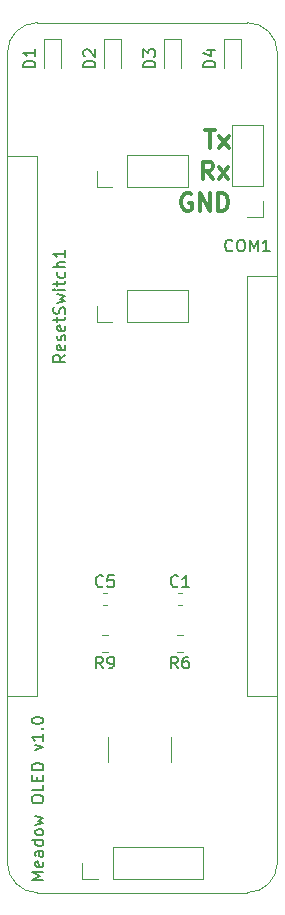
<source format=gbr>
%TF.GenerationSoftware,KiCad,Pcbnew,7.0.5-0*%
%TF.CreationDate,2023-11-18T10:12:58+00:00*%
%TF.ProjectId,Meadow Feather OLED,4d656164-6f77-4204-9665-617468657220,rev?*%
%TF.SameCoordinates,Original*%
%TF.FileFunction,Legend,Top*%
%TF.FilePolarity,Positive*%
%FSLAX46Y46*%
G04 Gerber Fmt 4.6, Leading zero omitted, Abs format (unit mm)*
G04 Created by KiCad (PCBNEW 7.0.5-0) date 2023-11-18 10:12:58*
%MOMM*%
%LPD*%
G01*
G04 APERTURE LIST*
%ADD10C,0.150000*%
%ADD11C,0.300000*%
%ADD12C,0.120000*%
%ADD13C,0.101600*%
G04 APERTURE END LIST*
D10*
X70354819Y-118408220D02*
X69354819Y-118408220D01*
X69354819Y-118408220D02*
X70069104Y-118074887D01*
X70069104Y-118074887D02*
X69354819Y-117741554D01*
X69354819Y-117741554D02*
X70354819Y-117741554D01*
X70307200Y-116884411D02*
X70354819Y-116979649D01*
X70354819Y-116979649D02*
X70354819Y-117170125D01*
X70354819Y-117170125D02*
X70307200Y-117265363D01*
X70307200Y-117265363D02*
X70211961Y-117312982D01*
X70211961Y-117312982D02*
X69831009Y-117312982D01*
X69831009Y-117312982D02*
X69735771Y-117265363D01*
X69735771Y-117265363D02*
X69688152Y-117170125D01*
X69688152Y-117170125D02*
X69688152Y-116979649D01*
X69688152Y-116979649D02*
X69735771Y-116884411D01*
X69735771Y-116884411D02*
X69831009Y-116836792D01*
X69831009Y-116836792D02*
X69926247Y-116836792D01*
X69926247Y-116836792D02*
X70021485Y-117312982D01*
X70354819Y-115979649D02*
X69831009Y-115979649D01*
X69831009Y-115979649D02*
X69735771Y-116027268D01*
X69735771Y-116027268D02*
X69688152Y-116122506D01*
X69688152Y-116122506D02*
X69688152Y-116312982D01*
X69688152Y-116312982D02*
X69735771Y-116408220D01*
X70307200Y-115979649D02*
X70354819Y-116074887D01*
X70354819Y-116074887D02*
X70354819Y-116312982D01*
X70354819Y-116312982D02*
X70307200Y-116408220D01*
X70307200Y-116408220D02*
X70211961Y-116455839D01*
X70211961Y-116455839D02*
X70116723Y-116455839D01*
X70116723Y-116455839D02*
X70021485Y-116408220D01*
X70021485Y-116408220D02*
X69973866Y-116312982D01*
X69973866Y-116312982D02*
X69973866Y-116074887D01*
X69973866Y-116074887D02*
X69926247Y-115979649D01*
X70354819Y-115074887D02*
X69354819Y-115074887D01*
X70307200Y-115074887D02*
X70354819Y-115170125D01*
X70354819Y-115170125D02*
X70354819Y-115360601D01*
X70354819Y-115360601D02*
X70307200Y-115455839D01*
X70307200Y-115455839D02*
X70259580Y-115503458D01*
X70259580Y-115503458D02*
X70164342Y-115551077D01*
X70164342Y-115551077D02*
X69878628Y-115551077D01*
X69878628Y-115551077D02*
X69783390Y-115503458D01*
X69783390Y-115503458D02*
X69735771Y-115455839D01*
X69735771Y-115455839D02*
X69688152Y-115360601D01*
X69688152Y-115360601D02*
X69688152Y-115170125D01*
X69688152Y-115170125D02*
X69735771Y-115074887D01*
X70354819Y-114455839D02*
X70307200Y-114551077D01*
X70307200Y-114551077D02*
X70259580Y-114598696D01*
X70259580Y-114598696D02*
X70164342Y-114646315D01*
X70164342Y-114646315D02*
X69878628Y-114646315D01*
X69878628Y-114646315D02*
X69783390Y-114598696D01*
X69783390Y-114598696D02*
X69735771Y-114551077D01*
X69735771Y-114551077D02*
X69688152Y-114455839D01*
X69688152Y-114455839D02*
X69688152Y-114312982D01*
X69688152Y-114312982D02*
X69735771Y-114217744D01*
X69735771Y-114217744D02*
X69783390Y-114170125D01*
X69783390Y-114170125D02*
X69878628Y-114122506D01*
X69878628Y-114122506D02*
X70164342Y-114122506D01*
X70164342Y-114122506D02*
X70259580Y-114170125D01*
X70259580Y-114170125D02*
X70307200Y-114217744D01*
X70307200Y-114217744D02*
X70354819Y-114312982D01*
X70354819Y-114312982D02*
X70354819Y-114455839D01*
X69688152Y-113789172D02*
X70354819Y-113598696D01*
X70354819Y-113598696D02*
X69878628Y-113408220D01*
X69878628Y-113408220D02*
X70354819Y-113217744D01*
X70354819Y-113217744D02*
X69688152Y-113027268D01*
X69354819Y-111693934D02*
X69354819Y-111503458D01*
X69354819Y-111503458D02*
X69402438Y-111408220D01*
X69402438Y-111408220D02*
X69497676Y-111312982D01*
X69497676Y-111312982D02*
X69688152Y-111265363D01*
X69688152Y-111265363D02*
X70021485Y-111265363D01*
X70021485Y-111265363D02*
X70211961Y-111312982D01*
X70211961Y-111312982D02*
X70307200Y-111408220D01*
X70307200Y-111408220D02*
X70354819Y-111503458D01*
X70354819Y-111503458D02*
X70354819Y-111693934D01*
X70354819Y-111693934D02*
X70307200Y-111789172D01*
X70307200Y-111789172D02*
X70211961Y-111884410D01*
X70211961Y-111884410D02*
X70021485Y-111932029D01*
X70021485Y-111932029D02*
X69688152Y-111932029D01*
X69688152Y-111932029D02*
X69497676Y-111884410D01*
X69497676Y-111884410D02*
X69402438Y-111789172D01*
X69402438Y-111789172D02*
X69354819Y-111693934D01*
X70354819Y-110360601D02*
X70354819Y-110836791D01*
X70354819Y-110836791D02*
X69354819Y-110836791D01*
X69831009Y-110027267D02*
X69831009Y-109693934D01*
X70354819Y-109551077D02*
X70354819Y-110027267D01*
X70354819Y-110027267D02*
X69354819Y-110027267D01*
X69354819Y-110027267D02*
X69354819Y-109551077D01*
X70354819Y-109122505D02*
X69354819Y-109122505D01*
X69354819Y-109122505D02*
X69354819Y-108884410D01*
X69354819Y-108884410D02*
X69402438Y-108741553D01*
X69402438Y-108741553D02*
X69497676Y-108646315D01*
X69497676Y-108646315D02*
X69592914Y-108598696D01*
X69592914Y-108598696D02*
X69783390Y-108551077D01*
X69783390Y-108551077D02*
X69926247Y-108551077D01*
X69926247Y-108551077D02*
X70116723Y-108598696D01*
X70116723Y-108598696D02*
X70211961Y-108646315D01*
X70211961Y-108646315D02*
X70307200Y-108741553D01*
X70307200Y-108741553D02*
X70354819Y-108884410D01*
X70354819Y-108884410D02*
X70354819Y-109122505D01*
X69688152Y-107455838D02*
X70354819Y-107217743D01*
X70354819Y-107217743D02*
X69688152Y-106979648D01*
X70354819Y-106074886D02*
X70354819Y-106646314D01*
X70354819Y-106360600D02*
X69354819Y-106360600D01*
X69354819Y-106360600D02*
X69497676Y-106455838D01*
X69497676Y-106455838D02*
X69592914Y-106551076D01*
X69592914Y-106551076D02*
X69640533Y-106646314D01*
X70259580Y-105646314D02*
X70307200Y-105598695D01*
X70307200Y-105598695D02*
X70354819Y-105646314D01*
X70354819Y-105646314D02*
X70307200Y-105693933D01*
X70307200Y-105693933D02*
X70259580Y-105646314D01*
X70259580Y-105646314D02*
X70354819Y-105646314D01*
X69354819Y-104979648D02*
X69354819Y-104884410D01*
X69354819Y-104884410D02*
X69402438Y-104789172D01*
X69402438Y-104789172D02*
X69450057Y-104741553D01*
X69450057Y-104741553D02*
X69545295Y-104693934D01*
X69545295Y-104693934D02*
X69735771Y-104646315D01*
X69735771Y-104646315D02*
X69973866Y-104646315D01*
X69973866Y-104646315D02*
X70164342Y-104693934D01*
X70164342Y-104693934D02*
X70259580Y-104741553D01*
X70259580Y-104741553D02*
X70307200Y-104789172D01*
X70307200Y-104789172D02*
X70354819Y-104884410D01*
X70354819Y-104884410D02*
X70354819Y-104979648D01*
X70354819Y-104979648D02*
X70307200Y-105074886D01*
X70307200Y-105074886D02*
X70259580Y-105122505D01*
X70259580Y-105122505D02*
X70164342Y-105170124D01*
X70164342Y-105170124D02*
X69973866Y-105217743D01*
X69973866Y-105217743D02*
X69735771Y-105217743D01*
X69735771Y-105217743D02*
X69545295Y-105170124D01*
X69545295Y-105170124D02*
X69450057Y-105122505D01*
X69450057Y-105122505D02*
X69402438Y-105074886D01*
X69402438Y-105074886D02*
X69354819Y-104979648D01*
D11*
X82874225Y-60348257D02*
X82731368Y-60276828D01*
X82731368Y-60276828D02*
X82517082Y-60276828D01*
X82517082Y-60276828D02*
X82302796Y-60348257D01*
X82302796Y-60348257D02*
X82159939Y-60491114D01*
X82159939Y-60491114D02*
X82088510Y-60633971D01*
X82088510Y-60633971D02*
X82017082Y-60919685D01*
X82017082Y-60919685D02*
X82017082Y-61133971D01*
X82017082Y-61133971D02*
X82088510Y-61419685D01*
X82088510Y-61419685D02*
X82159939Y-61562542D01*
X82159939Y-61562542D02*
X82302796Y-61705400D01*
X82302796Y-61705400D02*
X82517082Y-61776828D01*
X82517082Y-61776828D02*
X82659939Y-61776828D01*
X82659939Y-61776828D02*
X82874225Y-61705400D01*
X82874225Y-61705400D02*
X82945653Y-61633971D01*
X82945653Y-61633971D02*
X82945653Y-61133971D01*
X82945653Y-61133971D02*
X82659939Y-61133971D01*
X83588510Y-61776828D02*
X83588510Y-60276828D01*
X83588510Y-60276828D02*
X84445653Y-61776828D01*
X84445653Y-61776828D02*
X84445653Y-60276828D01*
X85159939Y-61776828D02*
X85159939Y-60276828D01*
X85159939Y-60276828D02*
X85517082Y-60276828D01*
X85517082Y-60276828D02*
X85731368Y-60348257D01*
X85731368Y-60348257D02*
X85874225Y-60491114D01*
X85874225Y-60491114D02*
X85945654Y-60633971D01*
X85945654Y-60633971D02*
X86017082Y-60919685D01*
X86017082Y-60919685D02*
X86017082Y-61133971D01*
X86017082Y-61133971D02*
X85945654Y-61419685D01*
X85945654Y-61419685D02*
X85874225Y-61562542D01*
X85874225Y-61562542D02*
X85731368Y-61705400D01*
X85731368Y-61705400D02*
X85517082Y-61776828D01*
X85517082Y-61776828D02*
X85159939Y-61776828D01*
X84033225Y-54942828D02*
X84890368Y-54942828D01*
X84461796Y-56442828D02*
X84461796Y-54942828D01*
X85247510Y-56442828D02*
X86033225Y-55442828D01*
X85247510Y-55442828D02*
X86033225Y-56442828D01*
X84723653Y-59109828D02*
X84223653Y-58395542D01*
X83866510Y-59109828D02*
X83866510Y-57609828D01*
X83866510Y-57609828D02*
X84437939Y-57609828D01*
X84437939Y-57609828D02*
X84580796Y-57681257D01*
X84580796Y-57681257D02*
X84652225Y-57752685D01*
X84652225Y-57752685D02*
X84723653Y-57895542D01*
X84723653Y-57895542D02*
X84723653Y-58109828D01*
X84723653Y-58109828D02*
X84652225Y-58252685D01*
X84652225Y-58252685D02*
X84580796Y-58324114D01*
X84580796Y-58324114D02*
X84437939Y-58395542D01*
X84437939Y-58395542D02*
X83866510Y-58395542D01*
X85223653Y-59109828D02*
X86009368Y-58109828D01*
X85223653Y-58109828D02*
X86009368Y-59109828D01*
D10*
%TO.C,R6*%
X81748333Y-100529819D02*
X81415000Y-100053628D01*
X81176905Y-100529819D02*
X81176905Y-99529819D01*
X81176905Y-99529819D02*
X81557857Y-99529819D01*
X81557857Y-99529819D02*
X81653095Y-99577438D01*
X81653095Y-99577438D02*
X81700714Y-99625057D01*
X81700714Y-99625057D02*
X81748333Y-99720295D01*
X81748333Y-99720295D02*
X81748333Y-99863152D01*
X81748333Y-99863152D02*
X81700714Y-99958390D01*
X81700714Y-99958390D02*
X81653095Y-100006009D01*
X81653095Y-100006009D02*
X81557857Y-100053628D01*
X81557857Y-100053628D02*
X81176905Y-100053628D01*
X82605476Y-99529819D02*
X82415000Y-99529819D01*
X82415000Y-99529819D02*
X82319762Y-99577438D01*
X82319762Y-99577438D02*
X82272143Y-99625057D01*
X82272143Y-99625057D02*
X82176905Y-99767914D01*
X82176905Y-99767914D02*
X82129286Y-99958390D01*
X82129286Y-99958390D02*
X82129286Y-100339342D01*
X82129286Y-100339342D02*
X82176905Y-100434580D01*
X82176905Y-100434580D02*
X82224524Y-100482200D01*
X82224524Y-100482200D02*
X82319762Y-100529819D01*
X82319762Y-100529819D02*
X82510238Y-100529819D01*
X82510238Y-100529819D02*
X82605476Y-100482200D01*
X82605476Y-100482200D02*
X82653095Y-100434580D01*
X82653095Y-100434580D02*
X82700714Y-100339342D01*
X82700714Y-100339342D02*
X82700714Y-100101247D01*
X82700714Y-100101247D02*
X82653095Y-100006009D01*
X82653095Y-100006009D02*
X82605476Y-99958390D01*
X82605476Y-99958390D02*
X82510238Y-99910771D01*
X82510238Y-99910771D02*
X82319762Y-99910771D01*
X82319762Y-99910771D02*
X82224524Y-99958390D01*
X82224524Y-99958390D02*
X82176905Y-100006009D01*
X82176905Y-100006009D02*
X82129286Y-100101247D01*
%TO.C,ResetSwitch1*%
X72209819Y-73969048D02*
X71733628Y-74302381D01*
X72209819Y-74540476D02*
X71209819Y-74540476D01*
X71209819Y-74540476D02*
X71209819Y-74159524D01*
X71209819Y-74159524D02*
X71257438Y-74064286D01*
X71257438Y-74064286D02*
X71305057Y-74016667D01*
X71305057Y-74016667D02*
X71400295Y-73969048D01*
X71400295Y-73969048D02*
X71543152Y-73969048D01*
X71543152Y-73969048D02*
X71638390Y-74016667D01*
X71638390Y-74016667D02*
X71686009Y-74064286D01*
X71686009Y-74064286D02*
X71733628Y-74159524D01*
X71733628Y-74159524D02*
X71733628Y-74540476D01*
X72162200Y-73159524D02*
X72209819Y-73254762D01*
X72209819Y-73254762D02*
X72209819Y-73445238D01*
X72209819Y-73445238D02*
X72162200Y-73540476D01*
X72162200Y-73540476D02*
X72066961Y-73588095D01*
X72066961Y-73588095D02*
X71686009Y-73588095D01*
X71686009Y-73588095D02*
X71590771Y-73540476D01*
X71590771Y-73540476D02*
X71543152Y-73445238D01*
X71543152Y-73445238D02*
X71543152Y-73254762D01*
X71543152Y-73254762D02*
X71590771Y-73159524D01*
X71590771Y-73159524D02*
X71686009Y-73111905D01*
X71686009Y-73111905D02*
X71781247Y-73111905D01*
X71781247Y-73111905D02*
X71876485Y-73588095D01*
X72162200Y-72730952D02*
X72209819Y-72635714D01*
X72209819Y-72635714D02*
X72209819Y-72445238D01*
X72209819Y-72445238D02*
X72162200Y-72350000D01*
X72162200Y-72350000D02*
X72066961Y-72302381D01*
X72066961Y-72302381D02*
X72019342Y-72302381D01*
X72019342Y-72302381D02*
X71924104Y-72350000D01*
X71924104Y-72350000D02*
X71876485Y-72445238D01*
X71876485Y-72445238D02*
X71876485Y-72588095D01*
X71876485Y-72588095D02*
X71828866Y-72683333D01*
X71828866Y-72683333D02*
X71733628Y-72730952D01*
X71733628Y-72730952D02*
X71686009Y-72730952D01*
X71686009Y-72730952D02*
X71590771Y-72683333D01*
X71590771Y-72683333D02*
X71543152Y-72588095D01*
X71543152Y-72588095D02*
X71543152Y-72445238D01*
X71543152Y-72445238D02*
X71590771Y-72350000D01*
X72162200Y-71492857D02*
X72209819Y-71588095D01*
X72209819Y-71588095D02*
X72209819Y-71778571D01*
X72209819Y-71778571D02*
X72162200Y-71873809D01*
X72162200Y-71873809D02*
X72066961Y-71921428D01*
X72066961Y-71921428D02*
X71686009Y-71921428D01*
X71686009Y-71921428D02*
X71590771Y-71873809D01*
X71590771Y-71873809D02*
X71543152Y-71778571D01*
X71543152Y-71778571D02*
X71543152Y-71588095D01*
X71543152Y-71588095D02*
X71590771Y-71492857D01*
X71590771Y-71492857D02*
X71686009Y-71445238D01*
X71686009Y-71445238D02*
X71781247Y-71445238D01*
X71781247Y-71445238D02*
X71876485Y-71921428D01*
X71543152Y-71159523D02*
X71543152Y-70778571D01*
X71209819Y-71016666D02*
X72066961Y-71016666D01*
X72066961Y-71016666D02*
X72162200Y-70969047D01*
X72162200Y-70969047D02*
X72209819Y-70873809D01*
X72209819Y-70873809D02*
X72209819Y-70778571D01*
X72162200Y-70492856D02*
X72209819Y-70349999D01*
X72209819Y-70349999D02*
X72209819Y-70111904D01*
X72209819Y-70111904D02*
X72162200Y-70016666D01*
X72162200Y-70016666D02*
X72114580Y-69969047D01*
X72114580Y-69969047D02*
X72019342Y-69921428D01*
X72019342Y-69921428D02*
X71924104Y-69921428D01*
X71924104Y-69921428D02*
X71828866Y-69969047D01*
X71828866Y-69969047D02*
X71781247Y-70016666D01*
X71781247Y-70016666D02*
X71733628Y-70111904D01*
X71733628Y-70111904D02*
X71686009Y-70302380D01*
X71686009Y-70302380D02*
X71638390Y-70397618D01*
X71638390Y-70397618D02*
X71590771Y-70445237D01*
X71590771Y-70445237D02*
X71495533Y-70492856D01*
X71495533Y-70492856D02*
X71400295Y-70492856D01*
X71400295Y-70492856D02*
X71305057Y-70445237D01*
X71305057Y-70445237D02*
X71257438Y-70397618D01*
X71257438Y-70397618D02*
X71209819Y-70302380D01*
X71209819Y-70302380D02*
X71209819Y-70064285D01*
X71209819Y-70064285D02*
X71257438Y-69921428D01*
X71543152Y-69588094D02*
X72209819Y-69397618D01*
X72209819Y-69397618D02*
X71733628Y-69207142D01*
X71733628Y-69207142D02*
X72209819Y-69016666D01*
X72209819Y-69016666D02*
X71543152Y-68826190D01*
X72209819Y-68445237D02*
X71543152Y-68445237D01*
X71209819Y-68445237D02*
X71257438Y-68492856D01*
X71257438Y-68492856D02*
X71305057Y-68445237D01*
X71305057Y-68445237D02*
X71257438Y-68397618D01*
X71257438Y-68397618D02*
X71209819Y-68445237D01*
X71209819Y-68445237D02*
X71305057Y-68445237D01*
X71543152Y-68111904D02*
X71543152Y-67730952D01*
X71209819Y-67969047D02*
X72066961Y-67969047D01*
X72066961Y-67969047D02*
X72162200Y-67921428D01*
X72162200Y-67921428D02*
X72209819Y-67826190D01*
X72209819Y-67826190D02*
X72209819Y-67730952D01*
X72162200Y-66969047D02*
X72209819Y-67064285D01*
X72209819Y-67064285D02*
X72209819Y-67254761D01*
X72209819Y-67254761D02*
X72162200Y-67349999D01*
X72162200Y-67349999D02*
X72114580Y-67397618D01*
X72114580Y-67397618D02*
X72019342Y-67445237D01*
X72019342Y-67445237D02*
X71733628Y-67445237D01*
X71733628Y-67445237D02*
X71638390Y-67397618D01*
X71638390Y-67397618D02*
X71590771Y-67349999D01*
X71590771Y-67349999D02*
X71543152Y-67254761D01*
X71543152Y-67254761D02*
X71543152Y-67064285D01*
X71543152Y-67064285D02*
X71590771Y-66969047D01*
X72209819Y-66540475D02*
X71209819Y-66540475D01*
X72209819Y-66111904D02*
X71686009Y-66111904D01*
X71686009Y-66111904D02*
X71590771Y-66159523D01*
X71590771Y-66159523D02*
X71543152Y-66254761D01*
X71543152Y-66254761D02*
X71543152Y-66397618D01*
X71543152Y-66397618D02*
X71590771Y-66492856D01*
X71590771Y-66492856D02*
X71638390Y-66540475D01*
X72209819Y-65111904D02*
X72209819Y-65683332D01*
X72209819Y-65397618D02*
X71209819Y-65397618D01*
X71209819Y-65397618D02*
X71352676Y-65492856D01*
X71352676Y-65492856D02*
X71447914Y-65588094D01*
X71447914Y-65588094D02*
X71495533Y-65683332D01*
%TO.C,D1*%
X69669819Y-49633094D02*
X68669819Y-49633094D01*
X68669819Y-49633094D02*
X68669819Y-49394999D01*
X68669819Y-49394999D02*
X68717438Y-49252142D01*
X68717438Y-49252142D02*
X68812676Y-49156904D01*
X68812676Y-49156904D02*
X68907914Y-49109285D01*
X68907914Y-49109285D02*
X69098390Y-49061666D01*
X69098390Y-49061666D02*
X69241247Y-49061666D01*
X69241247Y-49061666D02*
X69431723Y-49109285D01*
X69431723Y-49109285D02*
X69526961Y-49156904D01*
X69526961Y-49156904D02*
X69622200Y-49252142D01*
X69622200Y-49252142D02*
X69669819Y-49394999D01*
X69669819Y-49394999D02*
X69669819Y-49633094D01*
X69669819Y-48109285D02*
X69669819Y-48680713D01*
X69669819Y-48394999D02*
X68669819Y-48394999D01*
X68669819Y-48394999D02*
X68812676Y-48490237D01*
X68812676Y-48490237D02*
X68907914Y-48585475D01*
X68907914Y-48585475D02*
X68955533Y-48680713D01*
%TO.C,C1*%
X81748333Y-93544580D02*
X81700714Y-93592200D01*
X81700714Y-93592200D02*
X81557857Y-93639819D01*
X81557857Y-93639819D02*
X81462619Y-93639819D01*
X81462619Y-93639819D02*
X81319762Y-93592200D01*
X81319762Y-93592200D02*
X81224524Y-93496961D01*
X81224524Y-93496961D02*
X81176905Y-93401723D01*
X81176905Y-93401723D02*
X81129286Y-93211247D01*
X81129286Y-93211247D02*
X81129286Y-93068390D01*
X81129286Y-93068390D02*
X81176905Y-92877914D01*
X81176905Y-92877914D02*
X81224524Y-92782676D01*
X81224524Y-92782676D02*
X81319762Y-92687438D01*
X81319762Y-92687438D02*
X81462619Y-92639819D01*
X81462619Y-92639819D02*
X81557857Y-92639819D01*
X81557857Y-92639819D02*
X81700714Y-92687438D01*
X81700714Y-92687438D02*
X81748333Y-92735057D01*
X82700714Y-93639819D02*
X82129286Y-93639819D01*
X82415000Y-93639819D02*
X82415000Y-92639819D01*
X82415000Y-92639819D02*
X82319762Y-92782676D01*
X82319762Y-92782676D02*
X82224524Y-92877914D01*
X82224524Y-92877914D02*
X82129286Y-92925533D01*
%TO.C,D4*%
X84909819Y-49633094D02*
X83909819Y-49633094D01*
X83909819Y-49633094D02*
X83909819Y-49394999D01*
X83909819Y-49394999D02*
X83957438Y-49252142D01*
X83957438Y-49252142D02*
X84052676Y-49156904D01*
X84052676Y-49156904D02*
X84147914Y-49109285D01*
X84147914Y-49109285D02*
X84338390Y-49061666D01*
X84338390Y-49061666D02*
X84481247Y-49061666D01*
X84481247Y-49061666D02*
X84671723Y-49109285D01*
X84671723Y-49109285D02*
X84766961Y-49156904D01*
X84766961Y-49156904D02*
X84862200Y-49252142D01*
X84862200Y-49252142D02*
X84909819Y-49394999D01*
X84909819Y-49394999D02*
X84909819Y-49633094D01*
X84243152Y-48204523D02*
X84909819Y-48204523D01*
X83862200Y-48442618D02*
X84576485Y-48680713D01*
X84576485Y-48680713D02*
X84576485Y-48061666D01*
%TO.C,C5*%
X75398333Y-93544580D02*
X75350714Y-93592200D01*
X75350714Y-93592200D02*
X75207857Y-93639819D01*
X75207857Y-93639819D02*
X75112619Y-93639819D01*
X75112619Y-93639819D02*
X74969762Y-93592200D01*
X74969762Y-93592200D02*
X74874524Y-93496961D01*
X74874524Y-93496961D02*
X74826905Y-93401723D01*
X74826905Y-93401723D02*
X74779286Y-93211247D01*
X74779286Y-93211247D02*
X74779286Y-93068390D01*
X74779286Y-93068390D02*
X74826905Y-92877914D01*
X74826905Y-92877914D02*
X74874524Y-92782676D01*
X74874524Y-92782676D02*
X74969762Y-92687438D01*
X74969762Y-92687438D02*
X75112619Y-92639819D01*
X75112619Y-92639819D02*
X75207857Y-92639819D01*
X75207857Y-92639819D02*
X75350714Y-92687438D01*
X75350714Y-92687438D02*
X75398333Y-92735057D01*
X76303095Y-92639819D02*
X75826905Y-92639819D01*
X75826905Y-92639819D02*
X75779286Y-93116009D01*
X75779286Y-93116009D02*
X75826905Y-93068390D01*
X75826905Y-93068390D02*
X75922143Y-93020771D01*
X75922143Y-93020771D02*
X76160238Y-93020771D01*
X76160238Y-93020771D02*
X76255476Y-93068390D01*
X76255476Y-93068390D02*
X76303095Y-93116009D01*
X76303095Y-93116009D02*
X76350714Y-93211247D01*
X76350714Y-93211247D02*
X76350714Y-93449342D01*
X76350714Y-93449342D02*
X76303095Y-93544580D01*
X76303095Y-93544580D02*
X76255476Y-93592200D01*
X76255476Y-93592200D02*
X76160238Y-93639819D01*
X76160238Y-93639819D02*
X75922143Y-93639819D01*
X75922143Y-93639819D02*
X75826905Y-93592200D01*
X75826905Y-93592200D02*
X75779286Y-93544580D01*
%TO.C,D3*%
X79829819Y-49633094D02*
X78829819Y-49633094D01*
X78829819Y-49633094D02*
X78829819Y-49394999D01*
X78829819Y-49394999D02*
X78877438Y-49252142D01*
X78877438Y-49252142D02*
X78972676Y-49156904D01*
X78972676Y-49156904D02*
X79067914Y-49109285D01*
X79067914Y-49109285D02*
X79258390Y-49061666D01*
X79258390Y-49061666D02*
X79401247Y-49061666D01*
X79401247Y-49061666D02*
X79591723Y-49109285D01*
X79591723Y-49109285D02*
X79686961Y-49156904D01*
X79686961Y-49156904D02*
X79782200Y-49252142D01*
X79782200Y-49252142D02*
X79829819Y-49394999D01*
X79829819Y-49394999D02*
X79829819Y-49633094D01*
X78829819Y-48728332D02*
X78829819Y-48109285D01*
X78829819Y-48109285D02*
X79210771Y-48442618D01*
X79210771Y-48442618D02*
X79210771Y-48299761D01*
X79210771Y-48299761D02*
X79258390Y-48204523D01*
X79258390Y-48204523D02*
X79306009Y-48156904D01*
X79306009Y-48156904D02*
X79401247Y-48109285D01*
X79401247Y-48109285D02*
X79639342Y-48109285D01*
X79639342Y-48109285D02*
X79734580Y-48156904D01*
X79734580Y-48156904D02*
X79782200Y-48204523D01*
X79782200Y-48204523D02*
X79829819Y-48299761D01*
X79829819Y-48299761D02*
X79829819Y-48585475D01*
X79829819Y-48585475D02*
X79782200Y-48680713D01*
X79782200Y-48680713D02*
X79734580Y-48728332D01*
%TO.C,R9*%
X75398333Y-100529819D02*
X75065000Y-100053628D01*
X74826905Y-100529819D02*
X74826905Y-99529819D01*
X74826905Y-99529819D02*
X75207857Y-99529819D01*
X75207857Y-99529819D02*
X75303095Y-99577438D01*
X75303095Y-99577438D02*
X75350714Y-99625057D01*
X75350714Y-99625057D02*
X75398333Y-99720295D01*
X75398333Y-99720295D02*
X75398333Y-99863152D01*
X75398333Y-99863152D02*
X75350714Y-99958390D01*
X75350714Y-99958390D02*
X75303095Y-100006009D01*
X75303095Y-100006009D02*
X75207857Y-100053628D01*
X75207857Y-100053628D02*
X74826905Y-100053628D01*
X75874524Y-100529819D02*
X76065000Y-100529819D01*
X76065000Y-100529819D02*
X76160238Y-100482200D01*
X76160238Y-100482200D02*
X76207857Y-100434580D01*
X76207857Y-100434580D02*
X76303095Y-100291723D01*
X76303095Y-100291723D02*
X76350714Y-100101247D01*
X76350714Y-100101247D02*
X76350714Y-99720295D01*
X76350714Y-99720295D02*
X76303095Y-99625057D01*
X76303095Y-99625057D02*
X76255476Y-99577438D01*
X76255476Y-99577438D02*
X76160238Y-99529819D01*
X76160238Y-99529819D02*
X75969762Y-99529819D01*
X75969762Y-99529819D02*
X75874524Y-99577438D01*
X75874524Y-99577438D02*
X75826905Y-99625057D01*
X75826905Y-99625057D02*
X75779286Y-99720295D01*
X75779286Y-99720295D02*
X75779286Y-99958390D01*
X75779286Y-99958390D02*
X75826905Y-100053628D01*
X75826905Y-100053628D02*
X75874524Y-100101247D01*
X75874524Y-100101247D02*
X75969762Y-100148866D01*
X75969762Y-100148866D02*
X76160238Y-100148866D01*
X76160238Y-100148866D02*
X76255476Y-100101247D01*
X76255476Y-100101247D02*
X76303095Y-100053628D01*
X76303095Y-100053628D02*
X76350714Y-99958390D01*
%TO.C,COM1*%
X86368095Y-65129580D02*
X86320476Y-65177200D01*
X86320476Y-65177200D02*
X86177619Y-65224819D01*
X86177619Y-65224819D02*
X86082381Y-65224819D01*
X86082381Y-65224819D02*
X85939524Y-65177200D01*
X85939524Y-65177200D02*
X85844286Y-65081961D01*
X85844286Y-65081961D02*
X85796667Y-64986723D01*
X85796667Y-64986723D02*
X85749048Y-64796247D01*
X85749048Y-64796247D02*
X85749048Y-64653390D01*
X85749048Y-64653390D02*
X85796667Y-64462914D01*
X85796667Y-64462914D02*
X85844286Y-64367676D01*
X85844286Y-64367676D02*
X85939524Y-64272438D01*
X85939524Y-64272438D02*
X86082381Y-64224819D01*
X86082381Y-64224819D02*
X86177619Y-64224819D01*
X86177619Y-64224819D02*
X86320476Y-64272438D01*
X86320476Y-64272438D02*
X86368095Y-64320057D01*
X86987143Y-64224819D02*
X87177619Y-64224819D01*
X87177619Y-64224819D02*
X87272857Y-64272438D01*
X87272857Y-64272438D02*
X87368095Y-64367676D01*
X87368095Y-64367676D02*
X87415714Y-64558152D01*
X87415714Y-64558152D02*
X87415714Y-64891485D01*
X87415714Y-64891485D02*
X87368095Y-65081961D01*
X87368095Y-65081961D02*
X87272857Y-65177200D01*
X87272857Y-65177200D02*
X87177619Y-65224819D01*
X87177619Y-65224819D02*
X86987143Y-65224819D01*
X86987143Y-65224819D02*
X86891905Y-65177200D01*
X86891905Y-65177200D02*
X86796667Y-65081961D01*
X86796667Y-65081961D02*
X86749048Y-64891485D01*
X86749048Y-64891485D02*
X86749048Y-64558152D01*
X86749048Y-64558152D02*
X86796667Y-64367676D01*
X86796667Y-64367676D02*
X86891905Y-64272438D01*
X86891905Y-64272438D02*
X86987143Y-64224819D01*
X87844286Y-65224819D02*
X87844286Y-64224819D01*
X87844286Y-64224819D02*
X88177619Y-64939104D01*
X88177619Y-64939104D02*
X88510952Y-64224819D01*
X88510952Y-64224819D02*
X88510952Y-65224819D01*
X89510952Y-65224819D02*
X88939524Y-65224819D01*
X89225238Y-65224819D02*
X89225238Y-64224819D01*
X89225238Y-64224819D02*
X89130000Y-64367676D01*
X89130000Y-64367676D02*
X89034762Y-64462914D01*
X89034762Y-64462914D02*
X88939524Y-64510533D01*
%TO.C,D2*%
X74749819Y-49633094D02*
X73749819Y-49633094D01*
X73749819Y-49633094D02*
X73749819Y-49394999D01*
X73749819Y-49394999D02*
X73797438Y-49252142D01*
X73797438Y-49252142D02*
X73892676Y-49156904D01*
X73892676Y-49156904D02*
X73987914Y-49109285D01*
X73987914Y-49109285D02*
X74178390Y-49061666D01*
X74178390Y-49061666D02*
X74321247Y-49061666D01*
X74321247Y-49061666D02*
X74511723Y-49109285D01*
X74511723Y-49109285D02*
X74606961Y-49156904D01*
X74606961Y-49156904D02*
X74702200Y-49252142D01*
X74702200Y-49252142D02*
X74749819Y-49394999D01*
X74749819Y-49394999D02*
X74749819Y-49633094D01*
X73845057Y-48680713D02*
X73797438Y-48633094D01*
X73797438Y-48633094D02*
X73749819Y-48537856D01*
X73749819Y-48537856D02*
X73749819Y-48299761D01*
X73749819Y-48299761D02*
X73797438Y-48204523D01*
X73797438Y-48204523D02*
X73845057Y-48156904D01*
X73845057Y-48156904D02*
X73940295Y-48109285D01*
X73940295Y-48109285D02*
X74035533Y-48109285D01*
X74035533Y-48109285D02*
X74178390Y-48156904D01*
X74178390Y-48156904D02*
X74749819Y-48728332D01*
X74749819Y-48728332D02*
X74749819Y-48109285D01*
D12*
%TO.C,R6*%
X82142064Y-99160000D02*
X81687936Y-99160000D01*
X82142064Y-97690000D02*
X81687936Y-97690000D01*
%TO.C,ResetSwitch1*%
X74870000Y-71180000D02*
X74870000Y-69850000D01*
X76200000Y-71180000D02*
X74870000Y-71180000D01*
X77470000Y-71180000D02*
X82610000Y-71180000D01*
X77470000Y-71180000D02*
X77470000Y-68520000D01*
X82610000Y-71180000D02*
X82610000Y-68520000D01*
X77470000Y-68520000D02*
X82610000Y-68520000D01*
%TO.C,D1*%
X71855000Y-47235000D02*
X70385000Y-47235000D01*
X70385000Y-47235000D02*
X70385000Y-49695000D01*
X71855000Y-49695000D02*
X71855000Y-47235000D01*
D13*
%TO.C,J1*%
X67310000Y-48387000D02*
X67310000Y-116967000D01*
X67310000Y-57150000D02*
X67310000Y-102870000D01*
X67310000Y-102870000D02*
X69850000Y-102870000D01*
X69850000Y-57150000D02*
X67310000Y-57150000D01*
X69850000Y-102870000D02*
X69850000Y-57150000D01*
X69850000Y-119507000D02*
X87630000Y-119507000D01*
X87630000Y-45847000D02*
X69850000Y-45847000D01*
X87630000Y-67310000D02*
X87630000Y-102870000D01*
X87630000Y-102870000D02*
X90170000Y-102870000D01*
X90170000Y-67310000D02*
X87630000Y-67310000D01*
X90170000Y-102870000D02*
X90170000Y-67310000D01*
X90170000Y-116967000D02*
X90170000Y-48387000D01*
X69850000Y-45847000D02*
G75*
G03*
X67310000Y-48387000I0J-2540000D01*
G01*
X67310000Y-116967000D02*
G75*
G03*
X69850000Y-119507000I2540000J0D01*
G01*
X90170000Y-48387000D02*
G75*
G03*
X87630000Y-45847000I-2540000J0D01*
G01*
X87630000Y-119507000D02*
G75*
G03*
X90170000Y-116967000I0J2540000D01*
G01*
D12*
%TO.C,RN1*%
X75840000Y-106360000D02*
X75840000Y-108460000D01*
X81180000Y-106360000D02*
X81180000Y-108460000D01*
%TO.C,J2*%
X73610000Y-118330000D02*
X73610000Y-117000000D01*
X74940000Y-118330000D02*
X73610000Y-118330000D01*
X76210000Y-118330000D02*
X83890000Y-118330000D01*
X76210000Y-118330000D02*
X76210000Y-115670000D01*
X83890000Y-118330000D02*
X83890000Y-115670000D01*
X76210000Y-115670000D02*
X83890000Y-115670000D01*
%TO.C,C1*%
X81768733Y-94105000D02*
X82061267Y-94105000D01*
X81768733Y-95125000D02*
X82061267Y-95125000D01*
%TO.C,D4*%
X87095000Y-47235000D02*
X85625000Y-47235000D01*
X85625000Y-47235000D02*
X85625000Y-49695000D01*
X87095000Y-49695000D02*
X87095000Y-47235000D01*
%TO.C,C5*%
X75418733Y-94105000D02*
X75711267Y-94105000D01*
X75418733Y-95125000D02*
X75711267Y-95125000D01*
%TO.C,D3*%
X82015000Y-47235000D02*
X80545000Y-47235000D01*
X80545000Y-47235000D02*
X80545000Y-49695000D01*
X82015000Y-49695000D02*
X82015000Y-47235000D01*
%TO.C,R9*%
X75792064Y-99160000D02*
X75337936Y-99160000D01*
X75792064Y-97690000D02*
X75337936Y-97690000D01*
%TO.C,COM1*%
X88960000Y-62290000D02*
X87630000Y-62290000D01*
X88960000Y-60960000D02*
X88960000Y-62290000D01*
X88960000Y-59690000D02*
X88960000Y-54550000D01*
X88960000Y-59690000D02*
X86300000Y-59690000D01*
X88960000Y-54550000D02*
X86300000Y-54550000D01*
X86300000Y-59690000D02*
X86300000Y-54550000D01*
%TO.C,D2*%
X76935000Y-47235000D02*
X75465000Y-47235000D01*
X75465000Y-47235000D02*
X75465000Y-49695000D01*
X76935000Y-49695000D02*
X76935000Y-47235000D01*
%TO.C,D5*%
X74870000Y-59750000D02*
X74870000Y-58420000D01*
X76200000Y-59750000D02*
X74870000Y-59750000D01*
X77470000Y-59750000D02*
X82610000Y-59750000D01*
X77470000Y-59750000D02*
X77470000Y-57090000D01*
X82610000Y-59750000D02*
X82610000Y-57090000D01*
X77470000Y-57090000D02*
X82610000Y-57090000D01*
%TD*%
M02*

</source>
